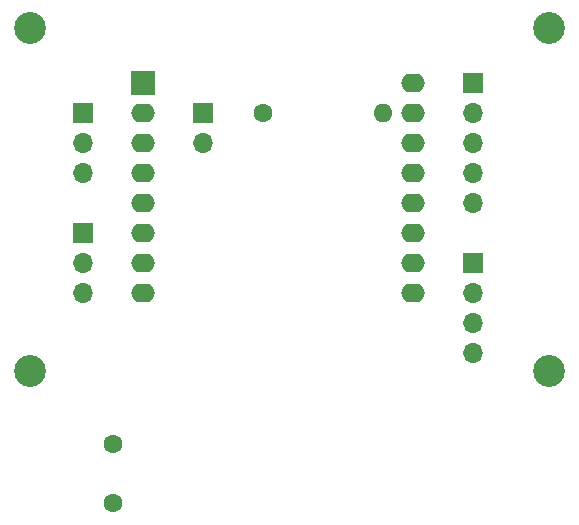
<source format=gbr>
%TF.GenerationSoftware,KiCad,Pcbnew,5.1.8*%
%TF.CreationDate,2020-11-27T01:12:46+01:00*%
%TF.ProjectId,co2box,636f3262-6f78-42e6-9b69-6361645f7063,v0*%
%TF.SameCoordinates,Original*%
%TF.FileFunction,Soldermask,Bot*%
%TF.FilePolarity,Negative*%
%FSLAX46Y46*%
G04 Gerber Fmt 4.6, Leading zero omitted, Abs format (unit mm)*
G04 Created by KiCad (PCBNEW 5.1.8) date 2020-11-27 01:12:46*
%MOMM*%
%LPD*%
G01*
G04 APERTURE LIST*
%ADD10O,1.600000X1.600000*%
%ADD11C,1.600000*%
%ADD12C,2.700000*%
%ADD13O,1.700000X1.700000*%
%ADD14R,1.700000X1.700000*%
%ADD15O,2.000000X1.600000*%
%ADD16R,2.000000X2.000000*%
G04 APERTURE END LIST*
D10*
%TO.C,R1*%
X154940000Y-76200000D03*
D11*
X144780000Y-76200000D03*
%TD*%
%TO.C,C1*%
X132080000Y-104220000D03*
X132080000Y-109220000D03*
%TD*%
D12*
%TO.C,H4*%
X169000000Y-69000000D03*
%TD*%
%TO.C,H3*%
X125000000Y-69000000D03*
%TD*%
%TO.C,H2*%
X169000000Y-98000000D03*
%TD*%
%TO.C,H1*%
X125000000Y-98000000D03*
%TD*%
D13*
%TO.C,J_WS2812B_1*%
X129540000Y-81280000D03*
X129540000Y-78740000D03*
D14*
X129540000Y-76200000D03*
%TD*%
D13*
%TO.C,J_OLED_1*%
X162560000Y-96520000D03*
X162560000Y-93980000D03*
X162560000Y-91440000D03*
D14*
X162560000Y-88900000D03*
%TD*%
D13*
%TO.C,J_DHT22*%
X129540000Y-91440000D03*
X129540000Y-88900000D03*
D14*
X129540000Y-86360000D03*
%TD*%
D13*
%TO.C,J1*%
X139700000Y-78740000D03*
D14*
X139700000Y-76200000D03*
%TD*%
D13*
%TO.C,J_CCS811*%
X162560000Y-83820000D03*
X162560000Y-81280000D03*
X162560000Y-78740000D03*
X162560000Y-76200000D03*
D14*
X162560000Y-73660000D03*
%TD*%
D15*
%TO.C,U1*%
X157480000Y-73660000D03*
X157480000Y-76200000D03*
X157480000Y-78740000D03*
X157480000Y-81280000D03*
X157480000Y-83820000D03*
X157480000Y-86360000D03*
X157480000Y-88900000D03*
X157480000Y-91440000D03*
X134620000Y-91440000D03*
X134620000Y-88900000D03*
X134620000Y-86360000D03*
X134620000Y-83820000D03*
X134620000Y-81280000D03*
X134620000Y-78740000D03*
D16*
X134620000Y-73660000D03*
D15*
X134620000Y-76200000D03*
%TD*%
M02*

</source>
